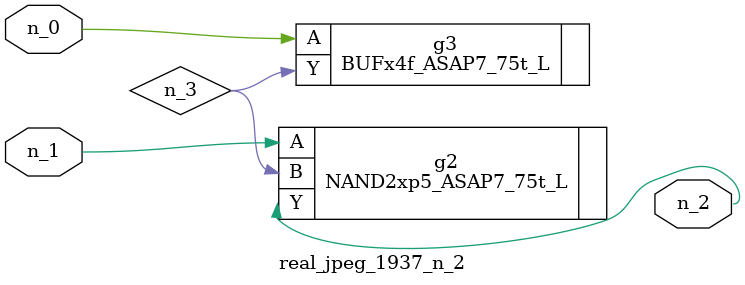
<source format=v>
module real_jpeg_1937_n_2 (n_1, n_0, n_2);

input n_1;
input n_0;

output n_2;

wire n_3;

BUFx4f_ASAP7_75t_L g3 ( 
.A(n_0),
.Y(n_3)
);

NAND2xp5_ASAP7_75t_L g2 ( 
.A(n_1),
.B(n_3),
.Y(n_2)
);


endmodule
</source>
